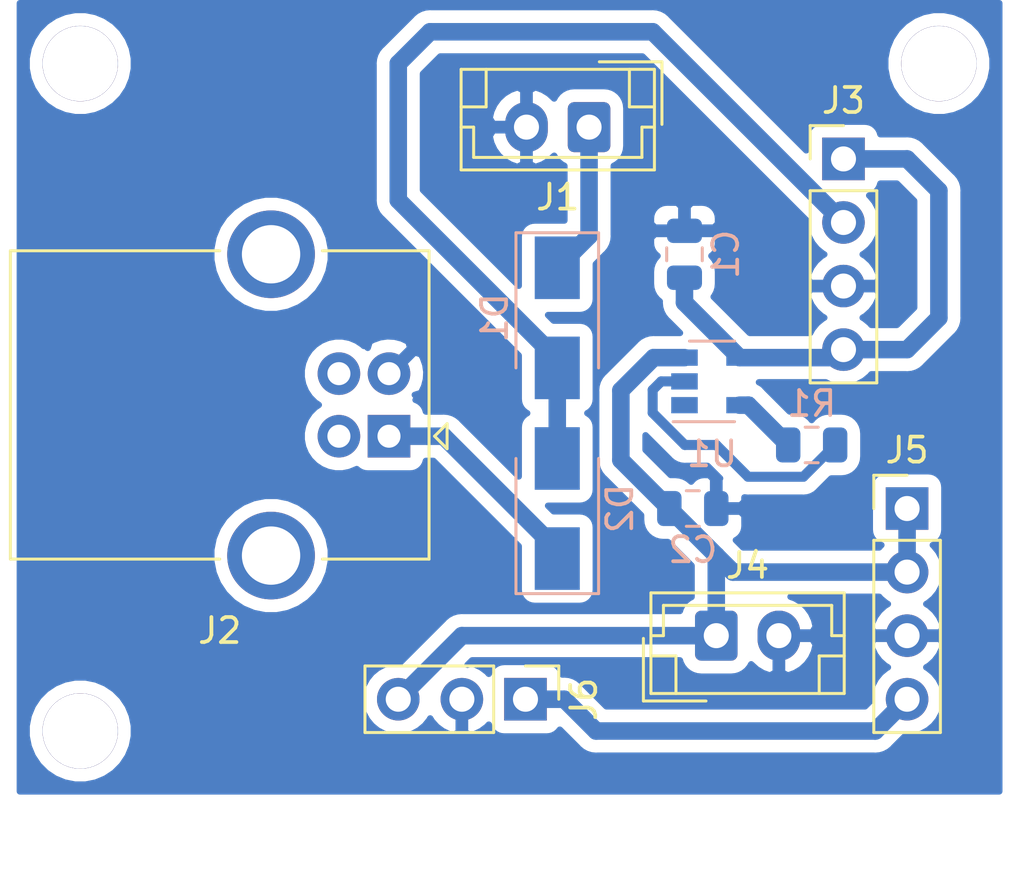
<source format=kicad_pcb>
(kicad_pcb (version 20171130) (host pcbnew "(5.1.4-0-10_14)")

  (general
    (thickness 1.6)
    (drawings 0)
    (tracks 50)
    (zones 0)
    (modules 12)
    (nets 11)
  )

  (page A4)
  (layers
    (0 F.Cu signal)
    (31 B.Cu signal)
    (32 B.Adhes user)
    (33 F.Adhes user)
    (34 B.Paste user)
    (35 F.Paste user)
    (36 B.SilkS user)
    (37 F.SilkS user)
    (38 B.Mask user)
    (39 F.Mask user)
    (40 Dwgs.User user)
    (41 Cmts.User user)
    (42 Eco1.User user)
    (43 Eco2.User user)
    (44 Edge.Cuts user)
    (45 Margin user)
    (46 B.CrtYd user)
    (47 F.CrtYd user)
    (48 B.Fab user)
    (49 F.Fab user)
  )

  (setup
    (last_trace_width 0.7)
    (user_trace_width 0.4)
    (user_trace_width 0.7)
    (trace_clearance 0.2)
    (zone_clearance 0.508)
    (zone_45_only no)
    (trace_min 0.2)
    (via_size 0.8)
    (via_drill 0.4)
    (via_min_size 0.4)
    (via_min_drill 0.3)
    (uvia_size 0.3)
    (uvia_drill 0.1)
    (uvias_allowed no)
    (uvia_min_size 0.2)
    (uvia_min_drill 0.1)
    (edge_width 0.05)
    (segment_width 0.2)
    (pcb_text_width 0.3)
    (pcb_text_size 1.5 1.5)
    (mod_edge_width 0.12)
    (mod_text_size 1 1)
    (mod_text_width 0.15)
    (pad_size 1.524 1.524)
    (pad_drill 0.762)
    (pad_to_mask_clearance 0.051)
    (solder_mask_min_width 0.25)
    (aux_axis_origin 0 0)
    (visible_elements FFFFFF7F)
    (pcbplotparams
      (layerselection 0x01000_fffffffe)
      (usegerberextensions false)
      (usegerberattributes false)
      (usegerberadvancedattributes false)
      (creategerberjobfile false)
      (excludeedgelayer true)
      (linewidth 0.100000)
      (plotframeref false)
      (viasonmask false)
      (mode 1)
      (useauxorigin false)
      (hpglpennumber 1)
      (hpglpenspeed 20)
      (hpglpendiameter 15.000000)
      (psnegative false)
      (psa4output false)
      (plotreference true)
      (plotvalue true)
      (plotinvisibletext false)
      (padsonsilk false)
      (subtractmaskfromsilk false)
      (outputformat 1)
      (mirror false)
      (drillshape 0)
      (scaleselection 1)
      (outputdirectory ""))
  )

  (net 0 "")
  (net 1 0)
  (net 2 "Net-(C1-Pad1)")
  (net 3 "Net-(C2-Pad1)")
  (net 4 "Net-(D1-Pad1)")
  (net 5 "Net-(D1-Pad2)")
  (net 6 "Net-(D2-Pad1)")
  (net 7 "Net-(J5-Pad4)")
  (net 8 "Net-(R1-Pad1)")
  (net 9 "Net-(R1-Pad2)")
  (net 10 "Net-(U1-Pad1)")

  (net_class Default "Ceci est la Netclass par défaut."
    (clearance 0.2)
    (trace_width 0.25)
    (via_dia 0.8)
    (via_drill 0.4)
    (uvia_dia 0.3)
    (uvia_drill 0.1)
    (add_net 0)
    (add_net "Net-(C1-Pad1)")
    (add_net "Net-(C2-Pad1)")
    (add_net "Net-(D1-Pad1)")
    (add_net "Net-(D1-Pad2)")
    (add_net "Net-(D2-Pad1)")
    (add_net "Net-(J5-Pad4)")
    (add_net "Net-(R1-Pad1)")
    (add_net "Net-(R1-Pad2)")
    (add_net "Net-(U1-Pad1)")
  )

  (module Capacitor_SMD:C_0805_2012Metric (layer B.Cu) (tedit 5B36C52B) (tstamp 5DC1EB15)
    (at 104.14 67.31 90)
    (descr "Capacitor SMD 0805 (2012 Metric), square (rectangular) end terminal, IPC_7351 nominal, (Body size source: https://docs.google.com/spreadsheets/d/1BsfQQcO9C6DZCsRaXUlFlo91Tg2WpOkGARC1WS5S8t0/edit?usp=sharing), generated with kicad-footprint-generator")
    (tags capacitor)
    (path /5DAF45D1)
    (attr smd)
    (fp_text reference C1 (at 0 1.65 270) (layer B.SilkS)
      (effects (font (size 1 1) (thickness 0.15)) (justify mirror))
    )
    (fp_text value 4,7u (at 0 -1.65 270) (layer B.Fab)
      (effects (font (size 1 1) (thickness 0.15)) (justify mirror))
    )
    (fp_text user %R (at 0 0 270) (layer B.Fab)
      (effects (font (size 0.5 0.5) (thickness 0.08)) (justify mirror))
    )
    (fp_line (start 1.68 -0.95) (end -1.68 -0.95) (layer B.CrtYd) (width 0.05))
    (fp_line (start 1.68 0.95) (end 1.68 -0.95) (layer B.CrtYd) (width 0.05))
    (fp_line (start -1.68 0.95) (end 1.68 0.95) (layer B.CrtYd) (width 0.05))
    (fp_line (start -1.68 -0.95) (end -1.68 0.95) (layer B.CrtYd) (width 0.05))
    (fp_line (start -0.258578 -0.71) (end 0.258578 -0.71) (layer B.SilkS) (width 0.12))
    (fp_line (start -0.258578 0.71) (end 0.258578 0.71) (layer B.SilkS) (width 0.12))
    (fp_line (start 1 -0.6) (end -1 -0.6) (layer B.Fab) (width 0.1))
    (fp_line (start 1 0.6) (end 1 -0.6) (layer B.Fab) (width 0.1))
    (fp_line (start -1 0.6) (end 1 0.6) (layer B.Fab) (width 0.1))
    (fp_line (start -1 -0.6) (end -1 0.6) (layer B.Fab) (width 0.1))
    (pad 2 smd roundrect (at 0.9375 0 90) (size 0.975 1.4) (layers B.Cu B.Paste B.Mask) (roundrect_rratio 0.25)
      (net 1 0))
    (pad 1 smd roundrect (at -0.9375 0 90) (size 0.975 1.4) (layers B.Cu B.Paste B.Mask) (roundrect_rratio 0.25)
      (net 2 "Net-(C1-Pad1)"))
    (model ${KISYS3DMOD}/Capacitor_SMD.3dshapes/C_0805_2012Metric.wrl
      (at (xyz 0 0 0))
      (scale (xyz 1 1 1))
      (rotate (xyz 0 0 0))
    )
  )

  (module Capacitor_SMD:C_0805_2012Metric (layer B.Cu) (tedit 5B36C52B) (tstamp 5DC1EB26)
    (at 104.4725 77.47)
    (descr "Capacitor SMD 0805 (2012 Metric), square (rectangular) end terminal, IPC_7351 nominal, (Body size source: https://docs.google.com/spreadsheets/d/1BsfQQcO9C6DZCsRaXUlFlo91Tg2WpOkGARC1WS5S8t0/edit?usp=sharing), generated with kicad-footprint-generator")
    (tags capacitor)
    (path /5DAF340B)
    (attr smd)
    (fp_text reference C2 (at 0 1.65) (layer B.SilkS)
      (effects (font (size 1 1) (thickness 0.15)) (justify mirror))
    )
    (fp_text value 4,7u (at 0 -1.65) (layer B.Fab)
      (effects (font (size 1 1) (thickness 0.15)) (justify mirror))
    )
    (fp_line (start -1 -0.6) (end -1 0.6) (layer B.Fab) (width 0.1))
    (fp_line (start -1 0.6) (end 1 0.6) (layer B.Fab) (width 0.1))
    (fp_line (start 1 0.6) (end 1 -0.6) (layer B.Fab) (width 0.1))
    (fp_line (start 1 -0.6) (end -1 -0.6) (layer B.Fab) (width 0.1))
    (fp_line (start -0.258578 0.71) (end 0.258578 0.71) (layer B.SilkS) (width 0.12))
    (fp_line (start -0.258578 -0.71) (end 0.258578 -0.71) (layer B.SilkS) (width 0.12))
    (fp_line (start -1.68 -0.95) (end -1.68 0.95) (layer B.CrtYd) (width 0.05))
    (fp_line (start -1.68 0.95) (end 1.68 0.95) (layer B.CrtYd) (width 0.05))
    (fp_line (start 1.68 0.95) (end 1.68 -0.95) (layer B.CrtYd) (width 0.05))
    (fp_line (start 1.68 -0.95) (end -1.68 -0.95) (layer B.CrtYd) (width 0.05))
    (fp_text user %R (at 0 0) (layer B.Fab)
      (effects (font (size 0.5 0.5) (thickness 0.08)) (justify mirror))
    )
    (pad 1 smd roundrect (at -0.9375 0) (size 0.975 1.4) (layers B.Cu B.Paste B.Mask) (roundrect_rratio 0.25)
      (net 3 "Net-(C2-Pad1)"))
    (pad 2 smd roundrect (at 0.9375 0) (size 0.975 1.4) (layers B.Cu B.Paste B.Mask) (roundrect_rratio 0.25)
      (net 1 0))
    (model ${KISYS3DMOD}/Capacitor_SMD.3dshapes/C_0805_2012Metric.wrl
      (at (xyz 0 0 0))
      (scale (xyz 1 1 1))
      (rotate (xyz 0 0 0))
    )
  )

  (module Diode_SMD:D_SMA (layer B.Cu) (tedit 586432E5) (tstamp 5DC1EB3E)
    (at 99.06 69.85 270)
    (descr "Diode SMA (DO-214AC)")
    (tags "Diode SMA (DO-214AC)")
    (path /5DB06137)
    (attr smd)
    (fp_text reference D1 (at 0 2.5 270) (layer B.SilkS)
      (effects (font (size 1 1) (thickness 0.15)) (justify mirror))
    )
    (fp_text value DIODE (at 0 -2.6 270) (layer B.Fab)
      (effects (font (size 1 1) (thickness 0.15)) (justify mirror))
    )
    (fp_text user %R (at 0 2.5 270) (layer B.Fab)
      (effects (font (size 1 1) (thickness 0.15)) (justify mirror))
    )
    (fp_line (start -3.4 1.65) (end -3.4 -1.65) (layer B.SilkS) (width 0.12))
    (fp_line (start 2.3 -1.5) (end -2.3 -1.5) (layer B.Fab) (width 0.1))
    (fp_line (start -2.3 -1.5) (end -2.3 1.5) (layer B.Fab) (width 0.1))
    (fp_line (start 2.3 1.5) (end 2.3 -1.5) (layer B.Fab) (width 0.1))
    (fp_line (start 2.3 1.5) (end -2.3 1.5) (layer B.Fab) (width 0.1))
    (fp_line (start -3.5 1.75) (end 3.5 1.75) (layer B.CrtYd) (width 0.05))
    (fp_line (start 3.5 1.75) (end 3.5 -1.75) (layer B.CrtYd) (width 0.05))
    (fp_line (start 3.5 -1.75) (end -3.5 -1.75) (layer B.CrtYd) (width 0.05))
    (fp_line (start -3.5 -1.75) (end -3.5 1.75) (layer B.CrtYd) (width 0.05))
    (fp_line (start -0.64944 -0.00102) (end -1.55114 -0.00102) (layer B.Fab) (width 0.1))
    (fp_line (start 0.50118 -0.00102) (end 1.4994 -0.00102) (layer B.Fab) (width 0.1))
    (fp_line (start -0.64944 0.79908) (end -0.64944 -0.80112) (layer B.Fab) (width 0.1))
    (fp_line (start 0.50118 -0.75032) (end 0.50118 0.79908) (layer B.Fab) (width 0.1))
    (fp_line (start -0.64944 -0.00102) (end 0.50118 -0.75032) (layer B.Fab) (width 0.1))
    (fp_line (start -0.64944 -0.00102) (end 0.50118 0.79908) (layer B.Fab) (width 0.1))
    (fp_line (start -3.4 -1.65) (end 2 -1.65) (layer B.SilkS) (width 0.12))
    (fp_line (start -3.4 1.65) (end 2 1.65) (layer B.SilkS) (width 0.12))
    (pad 1 smd rect (at -2 0 270) (size 2.5 1.8) (layers B.Cu B.Paste B.Mask)
      (net 4 "Net-(D1-Pad1)"))
    (pad 2 smd rect (at 2 0 270) (size 2.5 1.8) (layers B.Cu B.Paste B.Mask)
      (net 5 "Net-(D1-Pad2)"))
    (model ${KISYS3DMOD}/Diode_SMD.3dshapes/D_SMA.wrl
      (at (xyz 0 0 0))
      (scale (xyz 1 1 1))
      (rotate (xyz 0 0 0))
    )
  )

  (module Diode_SMD:D_SMA (layer B.Cu) (tedit 586432E5) (tstamp 5DC1EB56)
    (at 99.06 77.47 90)
    (descr "Diode SMA (DO-214AC)")
    (tags "Diode SMA (DO-214AC)")
    (path /5DB072B0)
    (attr smd)
    (fp_text reference D2 (at 0 2.5 270) (layer B.SilkS)
      (effects (font (size 1 1) (thickness 0.15)) (justify mirror))
    )
    (fp_text value DIODE (at 0 -2.6 270) (layer B.Fab)
      (effects (font (size 1 1) (thickness 0.15)) (justify mirror))
    )
    (fp_line (start -3.4 1.65) (end 2 1.65) (layer B.SilkS) (width 0.12))
    (fp_line (start -3.4 -1.65) (end 2 -1.65) (layer B.SilkS) (width 0.12))
    (fp_line (start -0.64944 -0.00102) (end 0.50118 0.79908) (layer B.Fab) (width 0.1))
    (fp_line (start -0.64944 -0.00102) (end 0.50118 -0.75032) (layer B.Fab) (width 0.1))
    (fp_line (start 0.50118 -0.75032) (end 0.50118 0.79908) (layer B.Fab) (width 0.1))
    (fp_line (start -0.64944 0.79908) (end -0.64944 -0.80112) (layer B.Fab) (width 0.1))
    (fp_line (start 0.50118 -0.00102) (end 1.4994 -0.00102) (layer B.Fab) (width 0.1))
    (fp_line (start -0.64944 -0.00102) (end -1.55114 -0.00102) (layer B.Fab) (width 0.1))
    (fp_line (start -3.5 -1.75) (end -3.5 1.75) (layer B.CrtYd) (width 0.05))
    (fp_line (start 3.5 -1.75) (end -3.5 -1.75) (layer B.CrtYd) (width 0.05))
    (fp_line (start 3.5 1.75) (end 3.5 -1.75) (layer B.CrtYd) (width 0.05))
    (fp_line (start -3.5 1.75) (end 3.5 1.75) (layer B.CrtYd) (width 0.05))
    (fp_line (start 2.3 1.5) (end -2.3 1.5) (layer B.Fab) (width 0.1))
    (fp_line (start 2.3 1.5) (end 2.3 -1.5) (layer B.Fab) (width 0.1))
    (fp_line (start -2.3 -1.5) (end -2.3 1.5) (layer B.Fab) (width 0.1))
    (fp_line (start 2.3 -1.5) (end -2.3 -1.5) (layer B.Fab) (width 0.1))
    (fp_line (start -3.4 1.65) (end -3.4 -1.65) (layer B.SilkS) (width 0.12))
    (fp_text user %R (at 0 2.5 270) (layer B.Fab)
      (effects (font (size 1 1) (thickness 0.15)) (justify mirror))
    )
    (pad 2 smd rect (at 2 0 90) (size 2.5 1.8) (layers B.Cu B.Paste B.Mask)
      (net 5 "Net-(D1-Pad2)"))
    (pad 1 smd rect (at -2 0 90) (size 2.5 1.8) (layers B.Cu B.Paste B.Mask)
      (net 6 "Net-(D2-Pad1)"))
    (model ${KISYS3DMOD}/Diode_SMD.3dshapes/D_SMA.wrl
      (at (xyz 0 0 0))
      (scale (xyz 1 1 1))
      (rotate (xyz 0 0 0))
    )
  )

  (module Connector_JST:JST_EH_B2B-EH-A_1x02_P2.50mm_Vertical (layer F.Cu) (tedit 5C28142C) (tstamp 5DC1EB76)
    (at 100.33 62.23 180)
    (descr "JST EH series connector, B2B-EH-A (http://www.jst-mfg.com/product/pdf/eng/eEH.pdf), generated with kicad-footprint-generator")
    (tags "connector JST EH vertical")
    (path /5DB09AFB)
    (fp_text reference J1 (at 1.25 -2.8) (layer F.SilkS)
      (effects (font (size 1 1) (thickness 0.15)))
    )
    (fp_text value Conn_01x02 (at 1.25 3.4) (layer F.Fab)
      (effects (font (size 1 1) (thickness 0.15)))
    )
    (fp_text user %R (at 1.25 1.5) (layer F.Fab)
      (effects (font (size 1 1) (thickness 0.15)))
    )
    (fp_line (start -2.91 2.61) (end -0.41 2.61) (layer F.Fab) (width 0.1))
    (fp_line (start -2.91 0.11) (end -2.91 2.61) (layer F.Fab) (width 0.1))
    (fp_line (start -2.91 2.61) (end -0.41 2.61) (layer F.SilkS) (width 0.12))
    (fp_line (start -2.91 0.11) (end -2.91 2.61) (layer F.SilkS) (width 0.12))
    (fp_line (start 4.11 0.81) (end 4.11 2.31) (layer F.SilkS) (width 0.12))
    (fp_line (start 5.11 0.81) (end 4.11 0.81) (layer F.SilkS) (width 0.12))
    (fp_line (start -1.61 0.81) (end -1.61 2.31) (layer F.SilkS) (width 0.12))
    (fp_line (start -2.61 0.81) (end -1.61 0.81) (layer F.SilkS) (width 0.12))
    (fp_line (start 4.61 0) (end 5.11 0) (layer F.SilkS) (width 0.12))
    (fp_line (start 4.61 -1.21) (end 4.61 0) (layer F.SilkS) (width 0.12))
    (fp_line (start -2.11 -1.21) (end 4.61 -1.21) (layer F.SilkS) (width 0.12))
    (fp_line (start -2.11 0) (end -2.11 -1.21) (layer F.SilkS) (width 0.12))
    (fp_line (start -2.61 0) (end -2.11 0) (layer F.SilkS) (width 0.12))
    (fp_line (start 5.11 -1.71) (end -2.61 -1.71) (layer F.SilkS) (width 0.12))
    (fp_line (start 5.11 2.31) (end 5.11 -1.71) (layer F.SilkS) (width 0.12))
    (fp_line (start -2.61 2.31) (end 5.11 2.31) (layer F.SilkS) (width 0.12))
    (fp_line (start -2.61 -1.71) (end -2.61 2.31) (layer F.SilkS) (width 0.12))
    (fp_line (start 5.5 -2.1) (end -3 -2.1) (layer F.CrtYd) (width 0.05))
    (fp_line (start 5.5 2.7) (end 5.5 -2.1) (layer F.CrtYd) (width 0.05))
    (fp_line (start -3 2.7) (end 5.5 2.7) (layer F.CrtYd) (width 0.05))
    (fp_line (start -3 -2.1) (end -3 2.7) (layer F.CrtYd) (width 0.05))
    (fp_line (start 5 -1.6) (end -2.5 -1.6) (layer F.Fab) (width 0.1))
    (fp_line (start 5 2.2) (end 5 -1.6) (layer F.Fab) (width 0.1))
    (fp_line (start -2.5 2.2) (end 5 2.2) (layer F.Fab) (width 0.1))
    (fp_line (start -2.5 -1.6) (end -2.5 2.2) (layer F.Fab) (width 0.1))
    (pad 2 thru_hole oval (at 2.5 0 180) (size 1.7 2) (drill 1) (layers *.Cu *.Mask)
      (net 1 0))
    (pad 1 thru_hole roundrect (at 0 0 180) (size 1.7 2) (drill 1) (layers *.Cu *.Mask) (roundrect_rratio 0.147059)
      (net 4 "Net-(D1-Pad1)"))
    (model ${KISYS3DMOD}/Connector_JST.3dshapes/JST_EH_B2B-EH-A_1x02_P2.50mm_Vertical.wrl
      (at (xyz 0 0 0))
      (scale (xyz 1 1 1))
      (rotate (xyz 0 0 0))
    )
  )

  (module Connector_USB:USB_B_OST_USB-B1HSxx_Horizontal (layer F.Cu) (tedit 5AFE01FF) (tstamp 5DC1EB93)
    (at 92.34 74.58 180)
    (descr "USB B receptacle, Horizontal, through-hole, http://www.on-shore.com/wp-content/uploads/2015/09/usb-b1hsxx.pdf")
    (tags "USB-B receptacle horizontal through-hole")
    (path /5DB1B865)
    (fp_text reference J2 (at 6.76 -7.77) (layer F.SilkS)
      (effects (font (size 1 1) (thickness 0.15)))
    )
    (fp_text value Conn_01x02 (at 6.76 10.27) (layer F.Fab)
      (effects (font (size 1 1) (thickness 0.15)))
    )
    (fp_line (start -0.49 -4.8) (end 15.01 -4.8) (layer F.Fab) (width 0.1))
    (fp_line (start 15.01 -4.8) (end 15.01 7.3) (layer F.Fab) (width 0.1))
    (fp_line (start 15.01 7.3) (end -1.49 7.3) (layer F.Fab) (width 0.1))
    (fp_line (start -1.49 7.3) (end -1.49 -3.8) (layer F.Fab) (width 0.1))
    (fp_line (start -1.49 -3.8) (end -0.49 -4.8) (layer F.Fab) (width 0.1))
    (fp_line (start 2.66 -4.91) (end -1.6 -4.91) (layer F.SilkS) (width 0.12))
    (fp_line (start -1.6 -4.91) (end -1.6 7.41) (layer F.SilkS) (width 0.12))
    (fp_line (start -1.6 7.41) (end 2.66 7.41) (layer F.SilkS) (width 0.12))
    (fp_line (start 6.76 -4.91) (end 15.12 -4.91) (layer F.SilkS) (width 0.12))
    (fp_line (start 15.12 -4.91) (end 15.12 7.41) (layer F.SilkS) (width 0.12))
    (fp_line (start 15.12 7.41) (end 6.76 7.41) (layer F.SilkS) (width 0.12))
    (fp_line (start -1.82 0) (end -2.32 -0.5) (layer F.SilkS) (width 0.12))
    (fp_line (start -2.32 -0.5) (end -2.32 0.5) (layer F.SilkS) (width 0.12))
    (fp_line (start -2.32 0.5) (end -1.82 0) (layer F.SilkS) (width 0.12))
    (fp_line (start -1.99 -7.02) (end -1.99 9.52) (layer F.CrtYd) (width 0.05))
    (fp_line (start -1.99 9.52) (end 15.51 9.52) (layer F.CrtYd) (width 0.05))
    (fp_line (start 15.51 9.52) (end 15.51 -7.02) (layer F.CrtYd) (width 0.05))
    (fp_line (start 15.51 -7.02) (end -1.99 -7.02) (layer F.CrtYd) (width 0.05))
    (fp_text user %R (at 6.76 1.25) (layer F.Fab)
      (effects (font (size 1 1) (thickness 0.15)))
    )
    (pad 1 thru_hole rect (at 0 0 180) (size 1.7 1.7) (drill 0.92) (layers *.Cu *.Mask)
      (net 6 "Net-(D2-Pad1)"))
    (pad 2 thru_hole circle (at 0 2.5 180) (size 1.7 1.7) (drill 0.92) (layers *.Cu *.Mask)
      (net 1 0))
    (pad 3 thru_hole circle (at 2 2.5 180) (size 1.7 1.7) (drill 0.92) (layers *.Cu *.Mask))
    (pad 4 thru_hole circle (at 2 0 180) (size 1.7 1.7) (drill 0.92) (layers *.Cu *.Mask))
    (pad 5 thru_hole circle (at 4.71 -4.77 180) (size 3.5 3.5) (drill 2.33) (layers *.Cu *.Mask))
    (pad 5 thru_hole circle (at 4.71 7.27 180) (size 3.5 3.5) (drill 2.33) (layers *.Cu *.Mask))
    (model ${KISYS3DMOD}/Connector_USB.3dshapes/USB_B_OST_USB-B1HSxx_Horizontal.wrl
      (at (xyz 0 0 0))
      (scale (xyz 1 1 1))
      (rotate (xyz 0 0 0))
    )
  )

  (module Connector_PinHeader_2.54mm:PinHeader_1x04_P2.54mm_Vertical (layer F.Cu) (tedit 59FED5CC) (tstamp 5DC1EBAB)
    (at 110.49 63.5)
    (descr "Through hole straight pin header, 1x04, 2.54mm pitch, single row")
    (tags "Through hole pin header THT 1x04 2.54mm single row")
    (path /5DC34237)
    (fp_text reference J3 (at 0 -2.33) (layer F.SilkS)
      (effects (font (size 1 1) (thickness 0.15)))
    )
    (fp_text value Conn_01x04 (at 0 9.95) (layer F.Fab)
      (effects (font (size 1 1) (thickness 0.15)))
    )
    (fp_line (start -0.635 -1.27) (end 1.27 -1.27) (layer F.Fab) (width 0.1))
    (fp_line (start 1.27 -1.27) (end 1.27 8.89) (layer F.Fab) (width 0.1))
    (fp_line (start 1.27 8.89) (end -1.27 8.89) (layer F.Fab) (width 0.1))
    (fp_line (start -1.27 8.89) (end -1.27 -0.635) (layer F.Fab) (width 0.1))
    (fp_line (start -1.27 -0.635) (end -0.635 -1.27) (layer F.Fab) (width 0.1))
    (fp_line (start -1.33 8.95) (end 1.33 8.95) (layer F.SilkS) (width 0.12))
    (fp_line (start -1.33 1.27) (end -1.33 8.95) (layer F.SilkS) (width 0.12))
    (fp_line (start 1.33 1.27) (end 1.33 8.95) (layer F.SilkS) (width 0.12))
    (fp_line (start -1.33 1.27) (end 1.33 1.27) (layer F.SilkS) (width 0.12))
    (fp_line (start -1.33 0) (end -1.33 -1.33) (layer F.SilkS) (width 0.12))
    (fp_line (start -1.33 -1.33) (end 0 -1.33) (layer F.SilkS) (width 0.12))
    (fp_line (start -1.8 -1.8) (end -1.8 9.4) (layer F.CrtYd) (width 0.05))
    (fp_line (start -1.8 9.4) (end 1.8 9.4) (layer F.CrtYd) (width 0.05))
    (fp_line (start 1.8 9.4) (end 1.8 -1.8) (layer F.CrtYd) (width 0.05))
    (fp_line (start 1.8 -1.8) (end -1.8 -1.8) (layer F.CrtYd) (width 0.05))
    (fp_text user %R (at 0 3.81 90) (layer F.Fab)
      (effects (font (size 1 1) (thickness 0.15)))
    )
    (pad 1 thru_hole rect (at 0 0) (size 1.7 1.7) (drill 1) (layers *.Cu *.Mask)
      (net 2 "Net-(C1-Pad1)"))
    (pad 2 thru_hole oval (at 0 2.54) (size 1.7 1.7) (drill 1) (layers *.Cu *.Mask)
      (net 5 "Net-(D1-Pad2)"))
    (pad 3 thru_hole oval (at 0 5.08) (size 1.7 1.7) (drill 1) (layers *.Cu *.Mask)
      (net 1 0))
    (pad 4 thru_hole oval (at 0 7.62) (size 1.7 1.7) (drill 1) (layers *.Cu *.Mask)
      (net 2 "Net-(C1-Pad1)"))
    (model ${KISYS3DMOD}/Connector_PinHeader_2.54mm.3dshapes/PinHeader_1x04_P2.54mm_Vertical.wrl
      (at (xyz 0 0 0))
      (scale (xyz 1 1 1))
      (rotate (xyz 0 0 0))
    )
  )

  (module Connector_JST:JST_EH_B2B-EH-A_1x02_P2.50mm_Vertical (layer F.Cu) (tedit 5C28142C) (tstamp 5DC1EBCB)
    (at 105.41 82.55)
    (descr "JST EH series connector, B2B-EH-A (http://www.jst-mfg.com/product/pdf/eng/eEH.pdf), generated with kicad-footprint-generator")
    (tags "connector JST EH vertical")
    (path /5DAF75D3)
    (fp_text reference J4 (at 1.25 -2.8) (layer F.SilkS)
      (effects (font (size 1 1) (thickness 0.15)))
    )
    (fp_text value Conn_01x02 (at 1.25 3.4) (layer F.Fab)
      (effects (font (size 1 1) (thickness 0.15)))
    )
    (fp_line (start -2.5 -1.6) (end -2.5 2.2) (layer F.Fab) (width 0.1))
    (fp_line (start -2.5 2.2) (end 5 2.2) (layer F.Fab) (width 0.1))
    (fp_line (start 5 2.2) (end 5 -1.6) (layer F.Fab) (width 0.1))
    (fp_line (start 5 -1.6) (end -2.5 -1.6) (layer F.Fab) (width 0.1))
    (fp_line (start -3 -2.1) (end -3 2.7) (layer F.CrtYd) (width 0.05))
    (fp_line (start -3 2.7) (end 5.5 2.7) (layer F.CrtYd) (width 0.05))
    (fp_line (start 5.5 2.7) (end 5.5 -2.1) (layer F.CrtYd) (width 0.05))
    (fp_line (start 5.5 -2.1) (end -3 -2.1) (layer F.CrtYd) (width 0.05))
    (fp_line (start -2.61 -1.71) (end -2.61 2.31) (layer F.SilkS) (width 0.12))
    (fp_line (start -2.61 2.31) (end 5.11 2.31) (layer F.SilkS) (width 0.12))
    (fp_line (start 5.11 2.31) (end 5.11 -1.71) (layer F.SilkS) (width 0.12))
    (fp_line (start 5.11 -1.71) (end -2.61 -1.71) (layer F.SilkS) (width 0.12))
    (fp_line (start -2.61 0) (end -2.11 0) (layer F.SilkS) (width 0.12))
    (fp_line (start -2.11 0) (end -2.11 -1.21) (layer F.SilkS) (width 0.12))
    (fp_line (start -2.11 -1.21) (end 4.61 -1.21) (layer F.SilkS) (width 0.12))
    (fp_line (start 4.61 -1.21) (end 4.61 0) (layer F.SilkS) (width 0.12))
    (fp_line (start 4.61 0) (end 5.11 0) (layer F.SilkS) (width 0.12))
    (fp_line (start -2.61 0.81) (end -1.61 0.81) (layer F.SilkS) (width 0.12))
    (fp_line (start -1.61 0.81) (end -1.61 2.31) (layer F.SilkS) (width 0.12))
    (fp_line (start 5.11 0.81) (end 4.11 0.81) (layer F.SilkS) (width 0.12))
    (fp_line (start 4.11 0.81) (end 4.11 2.31) (layer F.SilkS) (width 0.12))
    (fp_line (start -2.91 0.11) (end -2.91 2.61) (layer F.SilkS) (width 0.12))
    (fp_line (start -2.91 2.61) (end -0.41 2.61) (layer F.SilkS) (width 0.12))
    (fp_line (start -2.91 0.11) (end -2.91 2.61) (layer F.Fab) (width 0.1))
    (fp_line (start -2.91 2.61) (end -0.41 2.61) (layer F.Fab) (width 0.1))
    (fp_text user %R (at 1.27 1.5) (layer F.Fab)
      (effects (font (size 1 1) (thickness 0.15)))
    )
    (pad 1 thru_hole roundrect (at 0 0) (size 1.7 2) (drill 1) (layers *.Cu *.Mask) (roundrect_rratio 0.147059)
      (net 3 "Net-(C2-Pad1)"))
    (pad 2 thru_hole oval (at 2.5 0) (size 1.7 2) (drill 1) (layers *.Cu *.Mask)
      (net 1 0))
    (model ${KISYS3DMOD}/Connector_JST.3dshapes/JST_EH_B2B-EH-A_1x02_P2.50mm_Vertical.wrl
      (at (xyz 0 0 0))
      (scale (xyz 1 1 1))
      (rotate (xyz 0 0 0))
    )
  )

  (module Connector_PinHeader_2.54mm:PinHeader_1x04_P2.54mm_Vertical (layer F.Cu) (tedit 59FED5CC) (tstamp 5DC1EBE3)
    (at 113.03 77.47)
    (descr "Through hole straight pin header, 1x04, 2.54mm pitch, single row")
    (tags "Through hole pin header THT 1x04 2.54mm single row")
    (path /5DC34D9C)
    (fp_text reference J5 (at 0 -2.33) (layer F.SilkS)
      (effects (font (size 1 1) (thickness 0.15)))
    )
    (fp_text value Conn_01x04 (at 0 9.95) (layer F.Fab)
      (effects (font (size 1 1) (thickness 0.15)))
    )
    (fp_text user %R (at 0 3.81 90) (layer F.Fab)
      (effects (font (size 1 1) (thickness 0.15)))
    )
    (fp_line (start 1.8 -1.8) (end -1.8 -1.8) (layer F.CrtYd) (width 0.05))
    (fp_line (start 1.8 9.4) (end 1.8 -1.8) (layer F.CrtYd) (width 0.05))
    (fp_line (start -1.8 9.4) (end 1.8 9.4) (layer F.CrtYd) (width 0.05))
    (fp_line (start -1.8 -1.8) (end -1.8 9.4) (layer F.CrtYd) (width 0.05))
    (fp_line (start -1.33 -1.33) (end 0 -1.33) (layer F.SilkS) (width 0.12))
    (fp_line (start -1.33 0) (end -1.33 -1.33) (layer F.SilkS) (width 0.12))
    (fp_line (start -1.33 1.27) (end 1.33 1.27) (layer F.SilkS) (width 0.12))
    (fp_line (start 1.33 1.27) (end 1.33 8.95) (layer F.SilkS) (width 0.12))
    (fp_line (start -1.33 1.27) (end -1.33 8.95) (layer F.SilkS) (width 0.12))
    (fp_line (start -1.33 8.95) (end 1.33 8.95) (layer F.SilkS) (width 0.12))
    (fp_line (start -1.27 -0.635) (end -0.635 -1.27) (layer F.Fab) (width 0.1))
    (fp_line (start -1.27 8.89) (end -1.27 -0.635) (layer F.Fab) (width 0.1))
    (fp_line (start 1.27 8.89) (end -1.27 8.89) (layer F.Fab) (width 0.1))
    (fp_line (start 1.27 -1.27) (end 1.27 8.89) (layer F.Fab) (width 0.1))
    (fp_line (start -0.635 -1.27) (end 1.27 -1.27) (layer F.Fab) (width 0.1))
    (pad 4 thru_hole oval (at 0 7.62) (size 1.7 1.7) (drill 1) (layers *.Cu *.Mask)
      (net 7 "Net-(J5-Pad4)"))
    (pad 3 thru_hole oval (at 0 5.08) (size 1.7 1.7) (drill 1) (layers *.Cu *.Mask)
      (net 1 0))
    (pad 2 thru_hole oval (at 0 2.54) (size 1.7 1.7) (drill 1) (layers *.Cu *.Mask)
      (net 3 "Net-(C2-Pad1)"))
    (pad 1 thru_hole rect (at 0 0) (size 1.7 1.7) (drill 1) (layers *.Cu *.Mask)
      (net 3 "Net-(C2-Pad1)"))
    (model ${KISYS3DMOD}/Connector_PinHeader_2.54mm.3dshapes/PinHeader_1x04_P2.54mm_Vertical.wrl
      (at (xyz 0 0 0))
      (scale (xyz 1 1 1))
      (rotate (xyz 0 0 0))
    )
  )

  (module Resistor_SMD:R_0805_2012Metric (layer B.Cu) (tedit 5B36C52B) (tstamp 5DC1EBF4)
    (at 109.22 74.93 180)
    (descr "Resistor SMD 0805 (2012 Metric), square (rectangular) end terminal, IPC_7351 nominal, (Body size source: https://docs.google.com/spreadsheets/d/1BsfQQcO9C6DZCsRaXUlFlo91Tg2WpOkGARC1WS5S8t0/edit?usp=sharing), generated with kicad-footprint-generator")
    (tags resistor)
    (path /5DAF0EB1)
    (attr smd)
    (fp_text reference R1 (at 0 1.65) (layer B.SilkS)
      (effects (font (size 1 1) (thickness 0.15)) (justify mirror))
    )
    (fp_text value 2k (at 0 -1.65) (layer B.Fab)
      (effects (font (size 1 1) (thickness 0.15)) (justify mirror))
    )
    (fp_line (start -1 -0.6) (end -1 0.6) (layer B.Fab) (width 0.1))
    (fp_line (start -1 0.6) (end 1 0.6) (layer B.Fab) (width 0.1))
    (fp_line (start 1 0.6) (end 1 -0.6) (layer B.Fab) (width 0.1))
    (fp_line (start 1 -0.6) (end -1 -0.6) (layer B.Fab) (width 0.1))
    (fp_line (start -0.258578 0.71) (end 0.258578 0.71) (layer B.SilkS) (width 0.12))
    (fp_line (start -0.258578 -0.71) (end 0.258578 -0.71) (layer B.SilkS) (width 0.12))
    (fp_line (start -1.68 -0.95) (end -1.68 0.95) (layer B.CrtYd) (width 0.05))
    (fp_line (start -1.68 0.95) (end 1.68 0.95) (layer B.CrtYd) (width 0.05))
    (fp_line (start 1.68 0.95) (end 1.68 -0.95) (layer B.CrtYd) (width 0.05))
    (fp_line (start 1.68 -0.95) (end -1.68 -0.95) (layer B.CrtYd) (width 0.05))
    (fp_text user %R (at 0 0) (layer B.Fab)
      (effects (font (size 0.5 0.5) (thickness 0.08)) (justify mirror))
    )
    (pad 1 smd roundrect (at -0.9375 0 180) (size 0.975 1.4) (layers B.Cu B.Paste B.Mask) (roundrect_rratio 0.25)
      (net 8 "Net-(R1-Pad1)"))
    (pad 2 smd roundrect (at 0.9375 0 180) (size 0.975 1.4) (layers B.Cu B.Paste B.Mask) (roundrect_rratio 0.25)
      (net 9 "Net-(R1-Pad2)"))
    (model ${KISYS3DMOD}/Resistor_SMD.3dshapes/R_0805_2012Metric.wrl
      (at (xyz 0 0 0))
      (scale (xyz 1 1 1))
      (rotate (xyz 0 0 0))
    )
  )

  (module Package_TO_SOT_SMD:SOT-23-5 (layer B.Cu) (tedit 5A02FF57) (tstamp 5DC1EC09)
    (at 105.24 72.39)
    (descr "5-pin SOT23 package")
    (tags SOT-23-5)
    (path /5DAEFDD1)
    (attr smd)
    (fp_text reference U1 (at 0 2.9) (layer B.SilkS)
      (effects (font (size 1 1) (thickness 0.15)) (justify mirror))
    )
    (fp_text value MCP73831-2-OT (at 0 -2.9) (layer B.Fab)
      (effects (font (size 1 1) (thickness 0.15)) (justify mirror))
    )
    (fp_text user %R (at 0 0 270) (layer B.Fab)
      (effects (font (size 0.5 0.5) (thickness 0.075)) (justify mirror))
    )
    (fp_line (start -0.9 -1.61) (end 0.9 -1.61) (layer B.SilkS) (width 0.12))
    (fp_line (start 0.9 1.61) (end -1.55 1.61) (layer B.SilkS) (width 0.12))
    (fp_line (start -1.9 1.8) (end 1.9 1.8) (layer B.CrtYd) (width 0.05))
    (fp_line (start 1.9 1.8) (end 1.9 -1.8) (layer B.CrtYd) (width 0.05))
    (fp_line (start 1.9 -1.8) (end -1.9 -1.8) (layer B.CrtYd) (width 0.05))
    (fp_line (start -1.9 -1.8) (end -1.9 1.8) (layer B.CrtYd) (width 0.05))
    (fp_line (start -0.9 0.9) (end -0.25 1.55) (layer B.Fab) (width 0.1))
    (fp_line (start 0.9 1.55) (end -0.25 1.55) (layer B.Fab) (width 0.1))
    (fp_line (start -0.9 0.9) (end -0.9 -1.55) (layer B.Fab) (width 0.1))
    (fp_line (start 0.9 -1.55) (end -0.9 -1.55) (layer B.Fab) (width 0.1))
    (fp_line (start 0.9 1.55) (end 0.9 -1.55) (layer B.Fab) (width 0.1))
    (pad 1 smd rect (at -1.1 0.95) (size 1.06 0.65) (layers B.Cu B.Paste B.Mask)
      (net 10 "Net-(U1-Pad1)"))
    (pad 2 smd rect (at -1.1 0) (size 1.06 0.65) (layers B.Cu B.Paste B.Mask)
      (net 8 "Net-(R1-Pad1)"))
    (pad 3 smd rect (at -1.1 -0.95) (size 1.06 0.65) (layers B.Cu B.Paste B.Mask)
      (net 3 "Net-(C2-Pad1)"))
    (pad 4 smd rect (at 1.1 -0.95) (size 1.06 0.65) (layers B.Cu B.Paste B.Mask)
      (net 2 "Net-(C1-Pad1)"))
    (pad 5 smd rect (at 1.1 0.95) (size 1.06 0.65) (layers B.Cu B.Paste B.Mask)
      (net 9 "Net-(R1-Pad2)"))
    (model ${KISYS3DMOD}/Package_TO_SOT_SMD.3dshapes/SOT-23-5.wrl
      (at (xyz 0 0 0))
      (scale (xyz 1 1 1))
      (rotate (xyz 0 0 0))
    )
  )

  (module Connector_PinHeader_2.54mm:PinHeader_1x03_P2.54mm_Vertical (layer F.Cu) (tedit 59FED5CC) (tstamp 5DCACA23)
    (at 97.79 85.09 270)
    (descr "Through hole straight pin header, 1x03, 2.54mm pitch, single row")
    (tags "Through hole pin header THT 1x03 2.54mm single row")
    (path /5DCC74FF)
    (fp_text reference J6 (at 0 -2.33 90) (layer F.SilkS)
      (effects (font (size 1 1) (thickness 0.15)))
    )
    (fp_text value Conn_01x03_Female (at 0 7.41 90) (layer F.Fab)
      (effects (font (size 1 1) (thickness 0.15)))
    )
    (fp_line (start -0.635 -1.27) (end 1.27 -1.27) (layer F.Fab) (width 0.1))
    (fp_line (start 1.27 -1.27) (end 1.27 6.35) (layer F.Fab) (width 0.1))
    (fp_line (start 1.27 6.35) (end -1.27 6.35) (layer F.Fab) (width 0.1))
    (fp_line (start -1.27 6.35) (end -1.27 -0.635) (layer F.Fab) (width 0.1))
    (fp_line (start -1.27 -0.635) (end -0.635 -1.27) (layer F.Fab) (width 0.1))
    (fp_line (start -1.33 6.41) (end 1.33 6.41) (layer F.SilkS) (width 0.12))
    (fp_line (start -1.33 1.27) (end -1.33 6.41) (layer F.SilkS) (width 0.12))
    (fp_line (start 1.33 1.27) (end 1.33 6.41) (layer F.SilkS) (width 0.12))
    (fp_line (start -1.33 1.27) (end 1.33 1.27) (layer F.SilkS) (width 0.12))
    (fp_line (start -1.33 0) (end -1.33 -1.33) (layer F.SilkS) (width 0.12))
    (fp_line (start -1.33 -1.33) (end 0 -1.33) (layer F.SilkS) (width 0.12))
    (fp_line (start -1.8 -1.8) (end -1.8 6.85) (layer F.CrtYd) (width 0.05))
    (fp_line (start -1.8 6.85) (end 1.8 6.85) (layer F.CrtYd) (width 0.05))
    (fp_line (start 1.8 6.85) (end 1.8 -1.8) (layer F.CrtYd) (width 0.05))
    (fp_line (start 1.8 -1.8) (end -1.8 -1.8) (layer F.CrtYd) (width 0.05))
    (fp_text user %R (at 0 2.54) (layer F.Fab)
      (effects (font (size 1 1) (thickness 0.15)))
    )
    (pad 1 thru_hole rect (at 0 0 270) (size 1.7 1.7) (drill 1) (layers *.Cu *.Mask)
      (net 7 "Net-(J5-Pad4)"))
    (pad 2 thru_hole oval (at 0 2.54 270) (size 1.7 1.7) (drill 1) (layers *.Cu *.Mask)
      (net 1 0))
    (pad 3 thru_hole oval (at 0 5.08 270) (size 1.7 1.7) (drill 1) (layers *.Cu *.Mask)
      (net 3 "Net-(C2-Pad1)"))
    (model ${KISYS3DMOD}/Connector_PinHeader_2.54mm.3dshapes/PinHeader_1x03_P2.54mm_Vertical.wrl
      (at (xyz 0 0 0))
      (scale (xyz 1 1 1))
      (rotate (xyz 0 0 0))
    )
  )

  (via (at 114.3 59.69) (size 3.01) (drill 3) (layers F.Cu B.Cu) (net 0))
  (via (at 80.01 59.69) (size 3.01) (drill 3) (layers F.Cu B.Cu) (net 0))
  (via (at 80.01 86.36) (size 3.01) (drill 3) (layers F.Cu B.Cu) (net 0))
  (segment (start 104.14 69.24) (end 106.34 71.44) (width 0.7) (layer B.Cu) (net 2))
  (segment (start 104.14 68.2475) (end 104.14 69.24) (width 0.7) (layer B.Cu) (net 2))
  (segment (start 110.17 71.44) (end 110.49 71.12) (width 0.7) (layer B.Cu) (net 2))
  (segment (start 106.34 71.44) (end 110.17 71.44) (width 0.7) (layer B.Cu) (net 2))
  (segment (start 110.49 71.12) (end 113.03 71.12) (width 0.7) (layer B.Cu) (net 2))
  (segment (start 113.03 71.12) (end 114.3 69.85) (width 0.7) (layer B.Cu) (net 2))
  (segment (start 114.3 69.85) (end 114.3 64.77) (width 0.7) (layer B.Cu) (net 2))
  (segment (start 113.03 63.5) (end 110.49 63.5) (width 0.7) (layer B.Cu) (net 2))
  (segment (start 114.3 64.77) (end 113.03 63.5) (width 0.7) (layer B.Cu) (net 2))
  (segment (start 102.91 71.44) (end 104.14 71.44) (width 0.7) (layer B.Cu) (net 3))
  (segment (start 101.6 72.75) (end 102.91 71.44) (width 0.7) (layer B.Cu) (net 3))
  (segment (start 101.6 75.535) (end 101.6 72.75) (width 0.7) (layer B.Cu) (net 3))
  (segment (start 103.535 77.47) (end 101.6 75.535) (width 0.7) (layer B.Cu) (net 3))
  (segment (start 105.41 79.345) (end 103.535 77.47) (width 0.7) (layer B.Cu) (net 3))
  (segment (start 105.41 82.55) (end 105.41 79.345) (width 0.7) (layer B.Cu) (net 3))
  (segment (start 113.03 77.47) (end 113.03 80.01) (width 0.7) (layer B.Cu) (net 3))
  (segment (start 105.41 79.345) (end 106.075 80.01) (width 0.7) (layer B.Cu) (net 3))
  (segment (start 106.075 80.01) (end 113.03 80.01) (width 0.7) (layer B.Cu) (net 3))
  (segment (start 95.25 82.55) (end 92.71 85.09) (width 0.7) (layer B.Cu) (net 3))
  (segment (start 105.41 82.55) (end 95.25 82.55) (width 0.7) (layer B.Cu) (net 3))
  (segment (start 100.33 66.58) (end 99.06 67.85) (width 0.7) (layer B.Cu) (net 4))
  (segment (start 100.33 62.23) (end 100.33 66.58) (width 0.7) (layer B.Cu) (net 4))
  (segment (start 99.06 71.85) (end 99.06 75.47) (width 0.7) (layer B.Cu) (net 5))
  (segment (start 99.06 71.5) (end 92.71 65.15) (width 0.7) (layer B.Cu) (net 5))
  (segment (start 99.06 71.85) (end 99.06 71.5) (width 0.7) (layer B.Cu) (net 5))
  (segment (start 102.87 58.42) (end 110.49 66.04) (width 0.7) (layer B.Cu) (net 5))
  (segment (start 92.71 59.69) (end 93.98 58.42) (width 0.7) (layer B.Cu) (net 5))
  (segment (start 92.71 65.15) (end 92.71 59.69) (width 0.7) (layer B.Cu) (net 5))
  (segment (start 93.98 58.42) (end 102.87 58.42) (width 0.7) (layer B.Cu) (net 5))
  (segment (start 93.89 74.58) (end 92.34 74.58) (width 0.7) (layer B.Cu) (net 6))
  (segment (start 94.52 74.58) (end 93.89 74.58) (width 0.7) (layer B.Cu) (net 6))
  (segment (start 99.06 79.12) (end 94.52 74.58) (width 0.7) (layer B.Cu) (net 6))
  (segment (start 99.06 79.47) (end 99.06 79.12) (width 0.7) (layer B.Cu) (net 6))
  (segment (start 100.61 86.36) (end 111.76 86.36) (width 0.7) (layer B.Cu) (net 7))
  (segment (start 111.76 86.36) (end 113.03 85.09) (width 0.7) (layer B.Cu) (net 7))
  (segment (start 99.34 85.09) (end 100.61 86.36) (width 0.7) (layer B.Cu) (net 7))
  (segment (start 97.79 85.09) (end 99.34 85.09) (width 0.7) (layer B.Cu) (net 7))
  (segment (start 103.21 72.39) (end 102.87 72.73) (width 0.4) (layer B.Cu) (net 8))
  (segment (start 104.14 72.39) (end 103.21 72.39) (width 0.4) (layer B.Cu) (net 8))
  (segment (start 102.87 73.645002) (end 104.154998 74.93) (width 0.4) (layer B.Cu) (net 8))
  (segment (start 102.87 72.73) (end 102.87 73.645002) (width 0.4) (layer B.Cu) (net 8))
  (segment (start 104.154998 74.93) (end 105.41 74.93) (width 0.4) (layer B.Cu) (net 8))
  (segment (start 105.41 74.93) (end 106.68 76.2) (width 0.4) (layer B.Cu) (net 8))
  (segment (start 108.8875 76.2) (end 110.1575 74.93) (width 0.4) (layer B.Cu) (net 8))
  (segment (start 106.68 76.2) (end 108.8875 76.2) (width 0.4) (layer B.Cu) (net 8))
  (segment (start 106.6925 73.34) (end 108.2825 74.93) (width 0.7) (layer B.Cu) (net 9))
  (segment (start 106.34 73.34) (end 106.6925 73.34) (width 0.7) (layer B.Cu) (net 9))

  (zone (net 1) (net_name 0) (layer B.Cu) (tstamp 0) (hatch edge 0.508)
    (connect_pads (clearance 0.508))
    (min_thickness 0.254)
    (fill yes (arc_segments 32) (thermal_gap 0.508) (thermal_bridge_width 0.508))
    (polygon
      (pts
        (xy 77.47 57.15) (xy 116.84 57.15) (xy 116.84 88.9) (xy 77.47 88.9)
      )
    )
    (filled_polygon
      (pts
        (xy 116.713 88.773) (xy 77.597 88.773) (xy 77.597 86.149228) (xy 77.87 86.149228) (xy 77.87 86.570772)
        (xy 77.952239 86.984215) (xy 78.113556 87.37367) (xy 78.347753 87.724171) (xy 78.645829 88.022247) (xy 78.99633 88.256444)
        (xy 79.385785 88.417761) (xy 79.799228 88.5) (xy 80.220772 88.5) (xy 80.634215 88.417761) (xy 81.02367 88.256444)
        (xy 81.374171 88.022247) (xy 81.672247 87.724171) (xy 81.906444 87.37367) (xy 82.067761 86.984215) (xy 82.15 86.570772)
        (xy 82.15 86.149228) (xy 82.067761 85.735785) (xy 81.906444 85.34633) (xy 81.672247 84.995829) (xy 81.374171 84.697753)
        (xy 81.02367 84.463556) (xy 80.634215 84.302239) (xy 80.220772 84.22) (xy 79.799228 84.22) (xy 79.385785 84.302239)
        (xy 78.99633 84.463556) (xy 78.645829 84.697753) (xy 78.347753 84.995829) (xy 78.113556 85.34633) (xy 77.952239 85.735785)
        (xy 77.87 86.149228) (xy 77.597 86.149228) (xy 77.597 79.115098) (xy 85.245 79.115098) (xy 85.245 79.584902)
        (xy 85.336654 80.045679) (xy 85.51644 80.479721) (xy 85.77745 80.870349) (xy 86.109651 81.20255) (xy 86.500279 81.46356)
        (xy 86.934321 81.643346) (xy 87.395098 81.735) (xy 87.864902 81.735) (xy 88.325679 81.643346) (xy 88.759721 81.46356)
        (xy 89.150349 81.20255) (xy 89.48255 80.870349) (xy 89.74356 80.479721) (xy 89.923346 80.045679) (xy 90.015 79.584902)
        (xy 90.015 79.115098) (xy 89.923346 78.654321) (xy 89.74356 78.220279) (xy 89.48255 77.829651) (xy 89.150349 77.49745)
        (xy 88.759721 77.23644) (xy 88.325679 77.056654) (xy 87.864902 76.965) (xy 87.395098 76.965) (xy 86.934321 77.056654)
        (xy 86.500279 77.23644) (xy 86.109651 77.49745) (xy 85.77745 77.829651) (xy 85.51644 78.220279) (xy 85.336654 78.654321)
        (xy 85.245 79.115098) (xy 77.597 79.115098) (xy 77.597 71.93374) (xy 88.855 71.93374) (xy 88.855 72.22626)
        (xy 88.912068 72.513158) (xy 89.02401 72.783411) (xy 89.186525 73.026632) (xy 89.393368 73.233475) (xy 89.537828 73.33)
        (xy 89.393368 73.426525) (xy 89.186525 73.633368) (xy 89.02401 73.876589) (xy 88.912068 74.146842) (xy 88.855 74.43374)
        (xy 88.855 74.72626) (xy 88.912068 75.013158) (xy 89.02401 75.283411) (xy 89.186525 75.526632) (xy 89.393368 75.733475)
        (xy 89.636589 75.89599) (xy 89.906842 76.007932) (xy 90.19374 76.065) (xy 90.48626 76.065) (xy 90.773158 76.007932)
        (xy 91.043411 75.89599) (xy 91.050822 75.891038) (xy 91.135506 75.960537) (xy 91.24582 76.019502) (xy 91.365518 76.055812)
        (xy 91.49 76.068072) (xy 93.19 76.068072) (xy 93.314482 76.055812) (xy 93.43418 76.019502) (xy 93.544494 75.960537)
        (xy 93.641185 75.881185) (xy 93.720537 75.784494) (xy 93.779502 75.67418) (xy 93.812621 75.565) (xy 94.112 75.565)
        (xy 97.521928 78.974929) (xy 97.521928 80.72) (xy 97.534188 80.844482) (xy 97.570498 80.96418) (xy 97.629463 81.074494)
        (xy 97.708815 81.171185) (xy 97.805506 81.250537) (xy 97.91582 81.309502) (xy 98.035518 81.345812) (xy 98.16 81.358072)
        (xy 99.96 81.358072) (xy 100.084482 81.345812) (xy 100.20418 81.309502) (xy 100.314494 81.250537) (xy 100.411185 81.171185)
        (xy 100.490537 81.074494) (xy 100.549502 80.96418) (xy 100.585812 80.844482) (xy 100.598072 80.72) (xy 100.598072 78.22)
        (xy 100.585812 78.095518) (xy 100.549502 77.97582) (xy 100.490537 77.865506) (xy 100.411185 77.768815) (xy 100.314494 77.689463)
        (xy 100.20418 77.630498) (xy 100.084482 77.594188) (xy 99.96 77.581928) (xy 98.914929 77.581928) (xy 98.691073 77.358072)
        (xy 99.96 77.358072) (xy 100.084482 77.345812) (xy 100.20418 77.309502) (xy 100.314494 77.250537) (xy 100.411185 77.171185)
        (xy 100.490537 77.074494) (xy 100.549502 76.96418) (xy 100.585812 76.844482) (xy 100.598072 76.72) (xy 100.598072 74.22)
        (xy 100.585812 74.095518) (xy 100.549502 73.97582) (xy 100.490537 73.865506) (xy 100.411185 73.768815) (xy 100.314494 73.689463)
        (xy 100.259373 73.66) (xy 100.314494 73.630537) (xy 100.411185 73.551185) (xy 100.490537 73.454494) (xy 100.549502 73.34418)
        (xy 100.585812 73.224482) (xy 100.598072 73.1) (xy 100.598072 70.6) (xy 100.585812 70.475518) (xy 100.549502 70.35582)
        (xy 100.490537 70.245506) (xy 100.411185 70.148815) (xy 100.314494 70.069463) (xy 100.20418 70.010498) (xy 100.084482 69.974188)
        (xy 99.96 69.961928) (xy 98.914928 69.961928) (xy 98.691072 69.738072) (xy 99.96 69.738072) (xy 100.084482 69.725812)
        (xy 100.20418 69.689502) (xy 100.314494 69.630537) (xy 100.411185 69.551185) (xy 100.490537 69.454494) (xy 100.549502 69.34418)
        (xy 100.585812 69.224482) (xy 100.598072 69.1) (xy 100.598072 67.704928) (xy 100.992284 67.310716) (xy 101.02987 67.27987)
        (xy 101.15296 67.129884) (xy 101.244424 66.958767) (xy 101.300747 66.773094) (xy 101.315 66.62838) (xy 101.319765 66.580001)
        (xy 101.315 66.531621) (xy 101.315 65.885) (xy 102.801928 65.885) (xy 102.805 66.08675) (xy 102.96375 66.2455)
        (xy 104.013 66.2455) (xy 104.013 65.40875) (xy 104.267 65.40875) (xy 104.267 66.2455) (xy 105.31625 66.2455)
        (xy 105.475 66.08675) (xy 105.478072 65.885) (xy 105.465812 65.760518) (xy 105.429502 65.64082) (xy 105.370537 65.530506)
        (xy 105.291185 65.433815) (xy 105.194494 65.354463) (xy 105.08418 65.295498) (xy 104.964482 65.259188) (xy 104.84 65.246928)
        (xy 104.42575 65.25) (xy 104.267 65.40875) (xy 104.013 65.40875) (xy 103.85425 65.25) (xy 103.44 65.246928)
        (xy 103.315518 65.259188) (xy 103.19582 65.295498) (xy 103.085506 65.354463) (xy 102.988815 65.433815) (xy 102.909463 65.530506)
        (xy 102.850498 65.64082) (xy 102.814188 65.760518) (xy 102.801928 65.885) (xy 101.315 65.885) (xy 101.315 63.776339)
        (xy 101.423386 63.718405) (xy 101.557962 63.607962) (xy 101.668405 63.473386) (xy 101.750472 63.31985) (xy 101.801008 63.153254)
        (xy 101.818072 62.98) (xy 101.818072 61.48) (xy 101.801008 61.306746) (xy 101.750472 61.14015) (xy 101.668405 60.986614)
        (xy 101.557962 60.852038) (xy 101.423386 60.741595) (xy 101.26985 60.659528) (xy 101.103254 60.608992) (xy 100.93 60.591928)
        (xy 99.73 60.591928) (xy 99.556746 60.608992) (xy 99.39015 60.659528) (xy 99.236614 60.741595) (xy 99.102038 60.852038)
        (xy 98.991595 60.986614) (xy 98.937086 61.088593) (xy 98.936802 61.088205) (xy 98.722046 60.891336) (xy 98.473009 60.740146)
        (xy 98.199261 60.640446) (xy 98.18689 60.638524) (xy 97.957 60.759845) (xy 97.957 62.103) (xy 97.977 62.103)
        (xy 97.977 62.357) (xy 97.957 62.357) (xy 97.957 63.700155) (xy 98.18689 63.821476) (xy 98.199261 63.819554)
        (xy 98.473009 63.719854) (xy 98.722046 63.568664) (xy 98.936802 63.371795) (xy 98.937086 63.371407) (xy 98.991595 63.473386)
        (xy 99.102038 63.607962) (xy 99.236614 63.718405) (xy 99.345 63.776339) (xy 99.345001 65.961928) (xy 98.16 65.961928)
        (xy 98.035518 65.974188) (xy 97.91582 66.010498) (xy 97.805506 66.069463) (xy 97.708815 66.148815) (xy 97.629463 66.245506)
        (xy 97.570498 66.35582) (xy 97.534188 66.475518) (xy 97.521928 66.6) (xy 97.521928 68.568928) (xy 93.695 64.742)
        (xy 93.695 62.589742) (xy 96.358715 62.589742) (xy 96.427904 62.872745) (xy 96.550975 63.136812) (xy 96.723198 63.371795)
        (xy 96.937954 63.568664) (xy 97.186991 63.719854) (xy 97.460739 63.819554) (xy 97.47311 63.821476) (xy 97.703 63.700155)
        (xy 97.703 62.357) (xy 96.502768 62.357) (xy 96.358715 62.589742) (xy 93.695 62.589742) (xy 93.695 61.870258)
        (xy 96.358715 61.870258) (xy 96.502768 62.103) (xy 97.703 62.103) (xy 97.703 60.759845) (xy 97.47311 60.638524)
        (xy 97.460739 60.640446) (xy 97.186991 60.740146) (xy 96.937954 60.891336) (xy 96.723198 61.088205) (xy 96.550975 61.323188)
        (xy 96.427904 61.587255) (xy 96.358715 61.870258) (xy 93.695 61.870258) (xy 93.695 60.098) (xy 94.388 59.405)
        (xy 102.462 59.405) (xy 109.006708 65.949708) (xy 108.997815 66.04) (xy 109.026487 66.331111) (xy 109.111401 66.611034)
        (xy 109.249294 66.869014) (xy 109.434866 67.095134) (xy 109.660986 67.280706) (xy 109.725523 67.315201) (xy 109.608645 67.384822)
        (xy 109.392412 67.579731) (xy 109.218359 67.81308) (xy 109.093175 68.075901) (xy 109.048524 68.22311) (xy 109.169845 68.453)
        (xy 110.363 68.453) (xy 110.363 68.433) (xy 110.617 68.433) (xy 110.617 68.453) (xy 111.810155 68.453)
        (xy 111.931476 68.22311) (xy 111.886825 68.075901) (xy 111.761641 67.81308) (xy 111.587588 67.579731) (xy 111.371355 67.384822)
        (xy 111.254477 67.315201) (xy 111.319014 67.280706) (xy 111.545134 67.095134) (xy 111.730706 66.869014) (xy 111.868599 66.611034)
        (xy 111.953513 66.331111) (xy 111.982185 66.04) (xy 111.953513 65.748889) (xy 111.868599 65.468966) (xy 111.730706 65.210986)
        (xy 111.545134 64.984866) (xy 111.515313 64.960393) (xy 111.58418 64.939502) (xy 111.694494 64.880537) (xy 111.791185 64.801185)
        (xy 111.870537 64.704494) (xy 111.929502 64.59418) (xy 111.962621 64.485) (xy 112.622 64.485) (xy 113.315001 65.178001)
        (xy 113.315 69.442) (xy 112.622 70.135) (xy 111.602692 70.135) (xy 111.545134 70.064866) (xy 111.319014 69.879294)
        (xy 111.254477 69.844799) (xy 111.371355 69.775178) (xy 111.587588 69.580269) (xy 111.761641 69.34692) (xy 111.886825 69.084099)
        (xy 111.931476 68.93689) (xy 111.810155 68.707) (xy 110.617 68.707) (xy 110.617 68.727) (xy 110.363 68.727)
        (xy 110.363 68.707) (xy 109.169845 68.707) (xy 109.048524 68.93689) (xy 109.093175 69.084099) (xy 109.218359 69.34692)
        (xy 109.392412 69.580269) (xy 109.608645 69.775178) (xy 109.725523 69.844799) (xy 109.660986 69.879294) (xy 109.434866 70.064866)
        (xy 109.249294 70.290986) (xy 109.161627 70.455) (xy 106.748001 70.455) (xy 105.304534 69.011534) (xy 105.329458 68.981164)
        (xy 105.410947 68.828709) (xy 105.461128 68.663285) (xy 105.478072 68.49125) (xy 105.478072 68.00375) (xy 105.461128 67.831715)
        (xy 105.410947 67.666291) (xy 105.329458 67.513836) (xy 105.219792 67.380208) (xy 105.213436 67.374992) (xy 105.291185 67.311185)
        (xy 105.370537 67.214494) (xy 105.429502 67.10418) (xy 105.465812 66.984482) (xy 105.478072 66.86) (xy 105.475 66.65825)
        (xy 105.31625 66.4995) (xy 104.267 66.4995) (xy 104.267 66.5195) (xy 104.013 66.5195) (xy 104.013 66.4995)
        (xy 102.96375 66.4995) (xy 102.805 66.65825) (xy 102.801928 66.86) (xy 102.814188 66.984482) (xy 102.850498 67.10418)
        (xy 102.909463 67.214494) (xy 102.988815 67.311185) (xy 103.066564 67.374992) (xy 103.060208 67.380208) (xy 102.950542 67.513836)
        (xy 102.869053 67.666291) (xy 102.818872 67.831715) (xy 102.801928 68.00375) (xy 102.801928 68.49125) (xy 102.818872 68.663285)
        (xy 102.869053 68.828709) (xy 102.950542 68.981164) (xy 103.060208 69.114792) (xy 103.154912 69.192514) (xy 103.150235 69.24)
        (xy 103.169253 69.433093) (xy 103.225576 69.618766) (xy 103.245739 69.656487) (xy 103.317041 69.789884) (xy 103.440131 69.93987)
        (xy 103.477711 69.970711) (xy 103.962 70.455) (xy 102.95838 70.455) (xy 102.91 70.450235) (xy 102.86162 70.455)
        (xy 102.716906 70.469253) (xy 102.531233 70.525576) (xy 102.360116 70.61704) (xy 102.21013 70.74013) (xy 102.17929 70.777709)
        (xy 100.937711 72.019289) (xy 100.900131 72.05013) (xy 100.777041 72.200116) (xy 100.743451 72.262959) (xy 100.685576 72.371234)
        (xy 100.629253 72.556907) (xy 100.610235 72.75) (xy 100.615001 72.79839) (xy 100.615 75.48662) (xy 100.610235 75.535)
        (xy 100.615 75.583379) (xy 100.629253 75.728093) (xy 100.685576 75.913766) (xy 100.77704 76.084884) (xy 100.90013 76.23487)
        (xy 100.937716 76.265716) (xy 102.409428 77.737428) (xy 102.409428 77.92625) (xy 102.426372 78.098285) (xy 102.476553 78.263709)
        (xy 102.558042 78.416164) (xy 102.667708 78.549792) (xy 102.801336 78.659458) (xy 102.953791 78.740947) (xy 103.119215 78.791128)
        (xy 103.29125 78.808072) (xy 103.480072 78.808072) (xy 104.425001 79.753001) (xy 104.425 81.003661) (xy 104.316614 81.061595)
        (xy 104.182038 81.172038) (xy 104.071595 81.306614) (xy 103.989528 81.46015) (xy 103.957722 81.565) (xy 95.298377 81.565)
        (xy 95.249999 81.560235) (xy 95.201621 81.565) (xy 95.20162 81.565) (xy 95.056906 81.579253) (xy 94.871233 81.635576)
        (xy 94.700116 81.72704) (xy 94.55013 81.85013) (xy 94.519284 81.887716) (xy 92.800292 83.606708) (xy 92.78295 83.605)
        (xy 92.63705 83.605) (xy 92.418889 83.626487) (xy 92.138966 83.711401) (xy 91.880986 83.849294) (xy 91.654866 84.034866)
        (xy 91.469294 84.260986) (xy 91.331401 84.518966) (xy 91.246487 84.798889) (xy 91.217815 85.09) (xy 91.246487 85.381111)
        (xy 91.331401 85.661034) (xy 91.469294 85.919014) (xy 91.654866 86.145134) (xy 91.880986 86.330706) (xy 92.138966 86.468599)
        (xy 92.418889 86.553513) (xy 92.63705 86.575) (xy 92.78295 86.575) (xy 93.001111 86.553513) (xy 93.281034 86.468599)
        (xy 93.539014 86.330706) (xy 93.765134 86.145134) (xy 93.950706 85.919014) (xy 93.985201 85.854477) (xy 94.054822 85.971355)
        (xy 94.249731 86.187588) (xy 94.48308 86.361641) (xy 94.745901 86.486825) (xy 94.89311 86.531476) (xy 95.123 86.410155)
        (xy 95.123 85.217) (xy 95.103 85.217) (xy 95.103 84.963) (xy 95.123 84.963) (xy 95.123 84.943)
        (xy 95.377 84.943) (xy 95.377 84.963) (xy 95.397 84.963) (xy 95.397 85.217) (xy 95.377 85.217)
        (xy 95.377 86.410155) (xy 95.60689 86.531476) (xy 95.754099 86.486825) (xy 96.01692 86.361641) (xy 96.250269 86.187588)
        (xy 96.326034 86.103534) (xy 96.350498 86.18418) (xy 96.409463 86.294494) (xy 96.488815 86.391185) (xy 96.585506 86.470537)
        (xy 96.69582 86.529502) (xy 96.815518 86.565812) (xy 96.94 86.578072) (xy 98.64 86.578072) (xy 98.764482 86.565812)
        (xy 98.88418 86.529502) (xy 98.994494 86.470537) (xy 99.091185 86.391185) (xy 99.161953 86.304953) (xy 99.879284 87.022284)
        (xy 99.91013 87.05987) (xy 100.060116 87.18296) (xy 100.231233 87.274424) (xy 100.373691 87.317638) (xy 100.416905 87.330747)
        (xy 100.609999 87.349765) (xy 100.658379 87.345) (xy 111.71162 87.345) (xy 111.76 87.349765) (xy 111.80838 87.345)
        (xy 111.953094 87.330747) (xy 112.138767 87.274424) (xy 112.309884 87.18296) (xy 112.45987 87.05987) (xy 112.490716 87.022284)
        (xy 112.939708 86.573292) (xy 112.95705 86.575) (xy 113.10295 86.575) (xy 113.321111 86.553513) (xy 113.601034 86.468599)
        (xy 113.859014 86.330706) (xy 114.085134 86.145134) (xy 114.270706 85.919014) (xy 114.408599 85.661034) (xy 114.493513 85.381111)
        (xy 114.522185 85.09) (xy 114.493513 84.798889) (xy 114.408599 84.518966) (xy 114.270706 84.260986) (xy 114.085134 84.034866)
        (xy 113.859014 83.849294) (xy 113.794477 83.814799) (xy 113.911355 83.745178) (xy 114.127588 83.550269) (xy 114.301641 83.31692)
        (xy 114.426825 83.054099) (xy 114.471476 82.90689) (xy 114.350155 82.677) (xy 113.157 82.677) (xy 113.157 82.697)
        (xy 112.903 82.697) (xy 112.903 82.677) (xy 111.709845 82.677) (xy 111.588524 82.90689) (xy 111.633175 83.054099)
        (xy 111.758359 83.31692) (xy 111.932412 83.550269) (xy 112.148645 83.745178) (xy 112.265523 83.814799) (xy 112.200986 83.849294)
        (xy 111.974866 84.034866) (xy 111.789294 84.260986) (xy 111.651401 84.518966) (xy 111.566487 84.798889) (xy 111.537815 85.09)
        (xy 111.546708 85.180292) (xy 111.352 85.375) (xy 101.018 85.375) (xy 100.070716 84.427716) (xy 100.03987 84.39013)
        (xy 99.889884 84.26704) (xy 99.718767 84.175576) (xy 99.533094 84.119253) (xy 99.38838 84.105) (xy 99.34 84.100235)
        (xy 99.29162 84.105) (xy 99.262621 84.105) (xy 99.229502 83.99582) (xy 99.170537 83.885506) (xy 99.091185 83.788815)
        (xy 98.994494 83.709463) (xy 98.88418 83.650498) (xy 98.764482 83.614188) (xy 98.64 83.601928) (xy 96.94 83.601928)
        (xy 96.815518 83.614188) (xy 96.69582 83.650498) (xy 96.585506 83.709463) (xy 96.488815 83.788815) (xy 96.409463 83.885506)
        (xy 96.350498 83.99582) (xy 96.326034 84.076466) (xy 96.250269 83.992412) (xy 96.01692 83.818359) (xy 95.754099 83.693175)
        (xy 95.60689 83.648524) (xy 95.474731 83.718269) (xy 95.658 83.535) (xy 103.957722 83.535) (xy 103.989528 83.63985)
        (xy 104.071595 83.793386) (xy 104.182038 83.927962) (xy 104.316614 84.038405) (xy 104.47015 84.120472) (xy 104.636746 84.171008)
        (xy 104.81 84.188072) (xy 106.01 84.188072) (xy 106.183254 84.171008) (xy 106.34985 84.120472) (xy 106.503386 84.038405)
        (xy 106.637962 83.927962) (xy 106.748405 83.793386) (xy 106.802914 83.691407) (xy 106.803198 83.691795) (xy 107.017954 83.888664)
        (xy 107.266991 84.039854) (xy 107.540739 84.139554) (xy 107.55311 84.141476) (xy 107.783 84.020155) (xy 107.783 82.677)
        (xy 108.037 82.677) (xy 108.037 84.020155) (xy 108.26689 84.141476) (xy 108.279261 84.139554) (xy 108.553009 84.039854)
        (xy 108.802046 83.888664) (xy 109.016802 83.691795) (xy 109.189025 83.456812) (xy 109.312096 83.192745) (xy 109.381285 82.909742)
        (xy 109.237232 82.677) (xy 108.037 82.677) (xy 107.783 82.677) (xy 107.763 82.677) (xy 107.763 82.423)
        (xy 107.783 82.423) (xy 107.783 82.403) (xy 108.037 82.403) (xy 108.037 82.423) (xy 109.237232 82.423)
        (xy 109.381285 82.190258) (xy 109.312096 81.907255) (xy 109.189025 81.643188) (xy 109.016802 81.408205) (xy 108.802046 81.211336)
        (xy 108.553009 81.060146) (xy 108.374137 80.995) (xy 111.917308 80.995) (xy 111.974866 81.065134) (xy 112.200986 81.250706)
        (xy 112.265523 81.285201) (xy 112.148645 81.354822) (xy 111.932412 81.549731) (xy 111.758359 81.78308) (xy 111.633175 82.045901)
        (xy 111.588524 82.19311) (xy 111.709845 82.423) (xy 112.903 82.423) (xy 112.903 82.403) (xy 113.157 82.403)
        (xy 113.157 82.423) (xy 114.350155 82.423) (xy 114.471476 82.19311) (xy 114.426825 82.045901) (xy 114.301641 81.78308)
        (xy 114.127588 81.549731) (xy 113.911355 81.354822) (xy 113.794477 81.285201) (xy 113.859014 81.250706) (xy 114.085134 81.065134)
        (xy 114.270706 80.839014) (xy 114.408599 80.581034) (xy 114.493513 80.301111) (xy 114.522185 80.01) (xy 114.493513 79.718889)
        (xy 114.408599 79.438966) (xy 114.270706 79.180986) (xy 114.085134 78.954866) (xy 114.055313 78.930393) (xy 114.12418 78.909502)
        (xy 114.234494 78.850537) (xy 114.331185 78.771185) (xy 114.410537 78.674494) (xy 114.469502 78.56418) (xy 114.505812 78.444482)
        (xy 114.518072 78.32) (xy 114.518072 76.62) (xy 114.505812 76.495518) (xy 114.469502 76.37582) (xy 114.410537 76.265506)
        (xy 114.331185 76.168815) (xy 114.234494 76.089463) (xy 114.12418 76.030498) (xy 114.004482 75.994188) (xy 113.88 75.981928)
        (xy 112.18 75.981928) (xy 112.055518 75.994188) (xy 111.93582 76.030498) (xy 111.825506 76.089463) (xy 111.728815 76.168815)
        (xy 111.649463 76.265506) (xy 111.590498 76.37582) (xy 111.554188 76.495518) (xy 111.541928 76.62) (xy 111.541928 78.32)
        (xy 111.554188 78.444482) (xy 111.590498 78.56418) (xy 111.649463 78.674494) (xy 111.728815 78.771185) (xy 111.825506 78.850537)
        (xy 111.93582 78.909502) (xy 112.004687 78.930393) (xy 111.974866 78.954866) (xy 111.917308 79.025) (xy 106.483 79.025)
        (xy 106.191091 78.733091) (xy 106.251994 78.700537) (xy 106.348685 78.621185) (xy 106.428037 78.524494) (xy 106.487002 78.41418)
        (xy 106.523312 78.294482) (xy 106.535572 78.17) (xy 106.5325 77.75575) (xy 106.37375 77.597) (xy 105.537 77.597)
        (xy 105.537 77.617) (xy 105.283 77.617) (xy 105.283 77.597) (xy 105.263 77.597) (xy 105.263 77.343)
        (xy 105.283 77.343) (xy 105.283 76.29375) (xy 105.12425 76.135) (xy 104.9225 76.131928) (xy 104.798018 76.144188)
        (xy 104.67832 76.180498) (xy 104.568006 76.239463) (xy 104.471315 76.318815) (xy 104.407508 76.396564) (xy 104.402292 76.390208)
        (xy 104.268664 76.280542) (xy 104.116209 76.199053) (xy 103.950785 76.148872) (xy 103.77875 76.131928) (xy 103.589928 76.131928)
        (xy 102.585 75.127) (xy 102.585 74.540869) (xy 103.535559 75.49143) (xy 103.561707 75.523291) (xy 103.593566 75.549437)
        (xy 103.593568 75.549439) (xy 103.634926 75.58338) (xy 103.688852 75.627636) (xy 103.833911 75.705172) (xy 103.991309 75.752918)
        (xy 104.113979 75.765) (xy 104.11398 75.765) (xy 104.154998 75.76904) (xy 104.196016 75.765) (xy 105.064133 75.765)
        (xy 105.564941 76.265809) (xy 105.537 76.29375) (xy 105.537 77.343) (xy 106.37375 77.343) (xy 106.5325 77.18425)
        (xy 106.533684 77.024629) (xy 106.638981 77.035) (xy 106.638983 77.035) (xy 106.679999 77.03904) (xy 106.721015 77.035)
        (xy 108.846482 77.035) (xy 108.8875 77.03904) (xy 108.928518 77.035) (xy 108.928519 77.035) (xy 109.051189 77.022918)
        (xy 109.208587 76.975172) (xy 109.353646 76.897636) (xy 109.480791 76.793291) (xy 109.506946 76.761421) (xy 110.000295 76.268072)
        (xy 110.40125 76.268072) (xy 110.573285 76.251128) (xy 110.738709 76.200947) (xy 110.891164 76.119458) (xy 111.024792 76.009792)
        (xy 111.134458 75.876164) (xy 111.215947 75.723709) (xy 111.266128 75.558285) (xy 111.283072 75.38625) (xy 111.283072 74.47375)
        (xy 111.266128 74.301715) (xy 111.215947 74.136291) (xy 111.134458 73.983836) (xy 111.024792 73.850208) (xy 110.891164 73.740542)
        (xy 110.738709 73.659053) (xy 110.573285 73.608872) (xy 110.40125 73.591928) (xy 109.91375 73.591928) (xy 109.741715 73.608872)
        (xy 109.576291 73.659053) (xy 109.423836 73.740542) (xy 109.290208 73.850208) (xy 109.22 73.935756) (xy 109.149792 73.850208)
        (xy 109.016164 73.740542) (xy 108.863709 73.659053) (xy 108.698285 73.608872) (xy 108.52625 73.591928) (xy 108.337429 73.591928)
        (xy 107.423216 72.677715) (xy 107.39237 72.64013) (xy 107.366167 72.618626) (xy 107.321185 72.563815) (xy 107.224494 72.484463)
        (xy 107.11418 72.425498) (xy 107.112538 72.425) (xy 109.781272 72.425) (xy 109.918966 72.498599) (xy 110.198889 72.583513)
        (xy 110.41705 72.605) (xy 110.56295 72.605) (xy 110.781111 72.583513) (xy 111.061034 72.498599) (xy 111.319014 72.360706)
        (xy 111.545134 72.175134) (xy 111.602692 72.105) (xy 112.98162 72.105) (xy 113.03 72.109765) (xy 113.07838 72.105)
        (xy 113.223094 72.090747) (xy 113.408767 72.034424) (xy 113.579884 71.94296) (xy 113.72987 71.81987) (xy 113.760716 71.782284)
        (xy 114.962284 70.580716) (xy 114.99987 70.54987) (xy 115.12296 70.399884) (xy 115.214424 70.228767) (xy 115.270747 70.043094)
        (xy 115.272876 70.021481) (xy 115.289765 69.850001) (xy 115.285 69.801621) (xy 115.285 64.818379) (xy 115.289765 64.769999)
        (xy 115.270747 64.576905) (xy 115.257638 64.533691) (xy 115.214424 64.391233) (xy 115.12296 64.220116) (xy 114.99987 64.07013)
        (xy 114.962284 64.039284) (xy 113.760716 62.837716) (xy 113.72987 62.80013) (xy 113.579884 62.67704) (xy 113.408767 62.585576)
        (xy 113.223094 62.529253) (xy 113.07838 62.515) (xy 113.03 62.510235) (xy 112.98162 62.515) (xy 111.962621 62.515)
        (xy 111.929502 62.40582) (xy 111.870537 62.295506) (xy 111.791185 62.198815) (xy 111.694494 62.119463) (xy 111.58418 62.060498)
        (xy 111.464482 62.024188) (xy 111.34 62.011928) (xy 109.64 62.011928) (xy 109.515518 62.024188) (xy 109.39582 62.060498)
        (xy 109.285506 62.119463) (xy 109.188815 62.198815) (xy 109.109463 62.295506) (xy 109.050498 62.40582) (xy 109.014188 62.525518)
        (xy 109.001928 62.65) (xy 109.001928 63.158928) (xy 105.322228 59.479228) (xy 112.16 59.479228) (xy 112.16 59.900772)
        (xy 112.242239 60.314215) (xy 112.403556 60.70367) (xy 112.637753 61.054171) (xy 112.935829 61.352247) (xy 113.28633 61.586444)
        (xy 113.675785 61.747761) (xy 114.089228 61.83) (xy 114.510772 61.83) (xy 114.924215 61.747761) (xy 115.31367 61.586444)
        (xy 115.664171 61.352247) (xy 115.962247 61.054171) (xy 116.196444 60.70367) (xy 116.357761 60.314215) (xy 116.44 59.900772)
        (xy 116.44 59.479228) (xy 116.357761 59.065785) (xy 116.196444 58.67633) (xy 115.962247 58.325829) (xy 115.664171 58.027753)
        (xy 115.31367 57.793556) (xy 114.924215 57.632239) (xy 114.510772 57.55) (xy 114.089228 57.55) (xy 113.675785 57.632239)
        (xy 113.28633 57.793556) (xy 112.935829 58.027753) (xy 112.637753 58.325829) (xy 112.403556 58.67633) (xy 112.242239 59.065785)
        (xy 112.16 59.479228) (xy 105.322228 59.479228) (xy 103.600716 57.757716) (xy 103.56987 57.72013) (xy 103.419884 57.59704)
        (xy 103.248767 57.505576) (xy 103.063094 57.449253) (xy 102.91838 57.435) (xy 102.87 57.430235) (xy 102.82162 57.435)
        (xy 94.028379 57.435) (xy 93.979999 57.430235) (xy 93.786905 57.449253) (xy 93.743691 57.462362) (xy 93.601233 57.505576)
        (xy 93.430116 57.59704) (xy 93.28013 57.72013) (xy 93.249284 57.757716) (xy 92.047711 58.959289) (xy 92.010131 58.99013)
        (xy 91.887041 59.140116) (xy 91.838152 59.231581) (xy 91.795576 59.311234) (xy 91.739253 59.496907) (xy 91.720235 59.69)
        (xy 91.725001 59.73839) (xy 91.725 65.10162) (xy 91.720235 65.15) (xy 91.725 65.198379) (xy 91.739253 65.343093)
        (xy 91.795576 65.528766) (xy 91.88704 65.699884) (xy 92.01013 65.84987) (xy 92.047716 65.880716) (xy 97.521928 71.354928)
        (xy 97.521928 73.1) (xy 97.534188 73.224482) (xy 97.570498 73.34418) (xy 97.629463 73.454494) (xy 97.708815 73.551185)
        (xy 97.805506 73.630537) (xy 97.860627 73.66) (xy 97.805506 73.689463) (xy 97.708815 73.768815) (xy 97.629463 73.865506)
        (xy 97.570498 73.97582) (xy 97.534188 74.095518) (xy 97.521928 74.22) (xy 97.521928 76.188927) (xy 95.250716 73.917716)
        (xy 95.21987 73.88013) (xy 95.069884 73.75704) (xy 94.898767 73.665576) (xy 94.713094 73.609253) (xy 94.56838 73.595)
        (xy 94.52 73.590235) (xy 94.47162 73.595) (xy 93.812621 73.595) (xy 93.779502 73.48582) (xy 93.720537 73.375506)
        (xy 93.641185 73.278815) (xy 93.544494 73.199463) (xy 93.43418 73.140498) (xy 93.39944 73.12996) (xy 93.484504 73.044896)
        (xy 93.368399 72.928791) (xy 93.617472 72.851157) (xy 93.743371 72.587117) (xy 93.815339 72.303589) (xy 93.830611 72.011469)
        (xy 93.788599 71.721981) (xy 93.690919 71.446253) (xy 93.617472 71.308843) (xy 93.368397 71.231208) (xy 92.519605 72.08)
        (xy 92.533748 72.094143) (xy 92.354143 72.273748) (xy 92.34 72.259605) (xy 92.325858 72.273748) (xy 92.146253 72.094143)
        (xy 92.160395 72.08) (xy 92.146253 72.065858) (xy 92.325858 71.886253) (xy 92.34 71.900395) (xy 93.188792 71.051603)
        (xy 93.111157 70.802528) (xy 92.847117 70.676629) (xy 92.563589 70.604661) (xy 92.271469 70.589389) (xy 91.981981 70.631401)
        (xy 91.706253 70.729081) (xy 91.568843 70.802528) (xy 91.491209 71.051601) (xy 91.375104 70.935496) (xy 91.335354 70.975247)
        (xy 91.286632 70.926525) (xy 91.043411 70.76401) (xy 90.773158 70.652068) (xy 90.48626 70.595) (xy 90.19374 70.595)
        (xy 89.906842 70.652068) (xy 89.636589 70.76401) (xy 89.393368 70.926525) (xy 89.186525 71.133368) (xy 89.02401 71.376589)
        (xy 88.912068 71.646842) (xy 88.855 71.93374) (xy 77.597 71.93374) (xy 77.597 67.075098) (xy 85.245 67.075098)
        (xy 85.245 67.544902) (xy 85.336654 68.005679) (xy 85.51644 68.439721) (xy 85.77745 68.830349) (xy 86.109651 69.16255)
        (xy 86.500279 69.42356) (xy 86.934321 69.603346) (xy 87.395098 69.695) (xy 87.864902 69.695) (xy 88.325679 69.603346)
        (xy 88.759721 69.42356) (xy 89.150349 69.16255) (xy 89.48255 68.830349) (xy 89.74356 68.439721) (xy 89.923346 68.005679)
        (xy 90.015 67.544902) (xy 90.015 67.075098) (xy 89.923346 66.614321) (xy 89.74356 66.180279) (xy 89.48255 65.789651)
        (xy 89.150349 65.45745) (xy 88.759721 65.19644) (xy 88.325679 65.016654) (xy 87.864902 64.925) (xy 87.395098 64.925)
        (xy 86.934321 65.016654) (xy 86.500279 65.19644) (xy 86.109651 65.45745) (xy 85.77745 65.789651) (xy 85.51644 66.180279)
        (xy 85.336654 66.614321) (xy 85.245 67.075098) (xy 77.597 67.075098) (xy 77.597 59.479228) (xy 77.87 59.479228)
        (xy 77.87 59.900772) (xy 77.952239 60.314215) (xy 78.113556 60.70367) (xy 78.347753 61.054171) (xy 78.645829 61.352247)
        (xy 78.99633 61.586444) (xy 79.385785 61.747761) (xy 79.799228 61.83) (xy 80.220772 61.83) (xy 80.634215 61.747761)
        (xy 81.02367 61.586444) (xy 81.374171 61.352247) (xy 81.672247 61.054171) (xy 81.906444 60.70367) (xy 82.067761 60.314215)
        (xy 82.15 59.900772) (xy 82.15 59.479228) (xy 82.067761 59.065785) (xy 81.906444 58.67633) (xy 81.672247 58.325829)
        (xy 81.374171 58.027753) (xy 81.02367 57.793556) (xy 80.634215 57.632239) (xy 80.220772 57.55) (xy 79.799228 57.55)
        (xy 79.385785 57.632239) (xy 78.99633 57.793556) (xy 78.645829 58.027753) (xy 78.347753 58.325829) (xy 78.113556 58.67633)
        (xy 77.952239 59.065785) (xy 77.87 59.479228) (xy 77.597 59.479228) (xy 77.597 57.277) (xy 116.713 57.277)
      )
    )
  )
)

</source>
